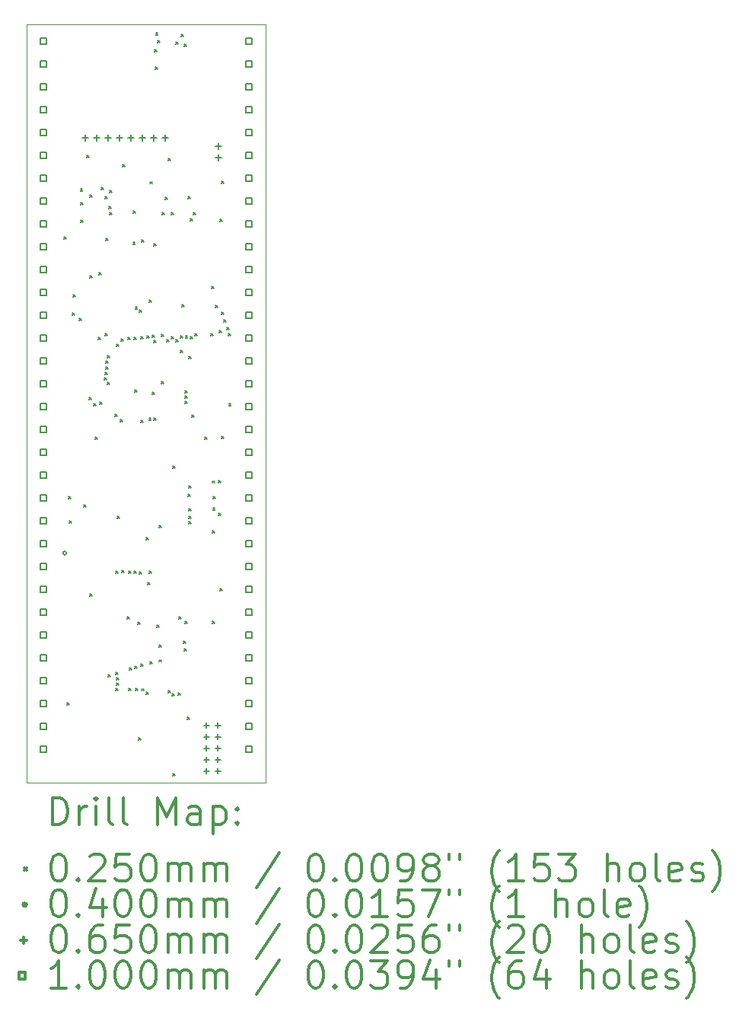
<source format=gbr>
%FSLAX45Y45*%
G04 Gerber Fmt 4.5, Leading zero omitted, Abs format (unit mm)*
G04 Created by KiCad (PCBNEW (5.1.12)-1) date 2022-08-10 22:17:12*
%MOMM*%
%LPD*%
G01*
G04 APERTURE LIST*
%TA.AperFunction,Profile*%
%ADD10C,0.050000*%
%TD*%
%ADD11C,0.200000*%
%ADD12C,0.300000*%
G04 APERTURE END LIST*
D10*
X15323820Y-7193280D02*
X15323820Y-15584170D01*
X15323820Y-7155180D02*
X15323820Y-7193280D01*
X12664440Y-7155180D02*
X12664440Y-15584170D01*
X15323820Y-7155180D02*
X12664440Y-7155180D01*
X15323820Y-15584170D02*
X12664440Y-15584170D01*
D11*
X13077165Y-9517355D02*
X13102165Y-9542355D01*
X13102165Y-9517355D02*
X13077165Y-9542355D01*
X13114220Y-14699180D02*
X13139220Y-14724180D01*
X13139220Y-14699180D02*
X13114220Y-14724180D01*
X13126920Y-12405560D02*
X13151920Y-12430560D01*
X13151920Y-12405560D02*
X13126920Y-12430560D01*
X13135810Y-12676070D02*
X13160810Y-12701070D01*
X13160810Y-12676070D02*
X13135810Y-12701070D01*
X13173910Y-10365940D02*
X13198910Y-10390940D01*
X13198910Y-10365940D02*
X13173910Y-10390940D01*
X13176450Y-10157660D02*
X13201450Y-10182660D01*
X13201450Y-10157660D02*
X13176450Y-10182660D01*
X13242490Y-10421820D02*
X13267490Y-10446820D01*
X13267490Y-10421820D02*
X13242490Y-10446820D01*
X13259000Y-8980370D02*
X13284000Y-9005370D01*
X13284000Y-8980370D02*
X13259000Y-9005370D01*
X13264080Y-9330440D02*
X13289080Y-9355440D01*
X13289080Y-9330440D02*
X13264080Y-9355440D01*
X13266620Y-9135440D02*
X13291620Y-9160440D01*
X13291620Y-9135440D02*
X13266620Y-9160440D01*
X13300910Y-12495730D02*
X13325910Y-12520730D01*
X13325910Y-12495730D02*
X13300910Y-12520730D01*
X13332660Y-8608260D02*
X13357660Y-8633260D01*
X13357660Y-8608260D02*
X13332660Y-8633260D01*
X13352980Y-11304470D02*
X13377980Y-11329470D01*
X13377980Y-11304470D02*
X13352980Y-11329470D01*
X13362229Y-9047680D02*
X13387229Y-9072680D01*
X13387229Y-9047680D02*
X13362229Y-9072680D01*
X13364410Y-13488870D02*
X13389410Y-13513870D01*
X13389410Y-13488870D02*
X13364410Y-13513870D01*
X13365680Y-9949380D02*
X13390680Y-9974380D01*
X13390680Y-9949380D02*
X13365680Y-9974380D01*
X13403780Y-11371780D02*
X13428780Y-11396780D01*
X13428780Y-11371780D02*
X13403780Y-11396780D01*
X13420290Y-11746430D02*
X13445290Y-11771430D01*
X13445290Y-11746430D02*
X13420290Y-11771430D01*
X13457120Y-10631370D02*
X13482120Y-10656370D01*
X13482120Y-10631370D02*
X13457120Y-10656370D01*
X13468550Y-9915090D02*
X13493550Y-9940090D01*
X13493550Y-9915090D02*
X13468550Y-9940090D01*
X13471090Y-11350190D02*
X13496090Y-11375190D01*
X13496090Y-11350190D02*
X13471090Y-11375190D01*
X13491580Y-8964960D02*
X13516580Y-8989960D01*
X13516580Y-8964960D02*
X13491580Y-8989960D01*
X13529510Y-11083490D02*
X13554510Y-11108490D01*
X13554510Y-11083490D02*
X13529510Y-11108490D01*
X13530780Y-9065460D02*
X13555780Y-9090460D01*
X13555780Y-9065460D02*
X13530780Y-9090460D01*
X13534590Y-11021260D02*
X13559590Y-11046260D01*
X13559590Y-11021260D02*
X13534590Y-11046260D01*
X13538054Y-10595464D02*
X13563054Y-10620464D01*
X13563054Y-10595464D02*
X13538054Y-10620464D01*
X13540940Y-10962840D02*
X13565940Y-10987840D01*
X13565940Y-10962840D02*
X13540940Y-10987840D01*
X13541300Y-9532820D02*
X13566300Y-9557820D01*
X13566300Y-9532820D02*
X13541300Y-9557820D01*
X13543480Y-10898070D02*
X13568480Y-10923070D01*
X13568480Y-10898070D02*
X13543480Y-10923070D01*
X13555820Y-10840978D02*
X13580820Y-10865978D01*
X13580820Y-10840978D02*
X13555820Y-10865978D01*
X13560210Y-11132346D02*
X13585210Y-11157346D01*
X13585210Y-11132346D02*
X13560210Y-11157346D01*
X13566700Y-14384220D02*
X13591700Y-14409220D01*
X13591700Y-14384220D02*
X13566700Y-14409220D01*
X13580310Y-9177220D02*
X13605310Y-9202220D01*
X13605310Y-9177220D02*
X13580310Y-9202220D01*
X13582850Y-9241990D02*
X13607850Y-9266990D01*
X13607850Y-9241990D02*
X13582850Y-9266990D01*
X13588844Y-9003230D02*
X13613844Y-9028230D01*
X13613844Y-9003230D02*
X13588844Y-9028230D01*
X13641270Y-11486080D02*
X13666270Y-11511080D01*
X13666270Y-11486080D02*
X13641270Y-11511080D01*
X13650772Y-14359011D02*
X13675772Y-14384011D01*
X13675772Y-14359011D02*
X13650772Y-14384011D01*
X13653970Y-13229790D02*
X13678970Y-13254790D01*
X13678970Y-13229790D02*
X13653970Y-13254790D01*
X13655240Y-14539160D02*
X13680240Y-14564160D01*
X13680240Y-14539160D02*
X13655240Y-14564160D01*
X13657849Y-14477790D02*
X13682849Y-14502790D01*
X13682849Y-14477790D02*
X13657849Y-14502790D01*
X13659050Y-10707570D02*
X13684050Y-10732570D01*
X13684050Y-10707570D02*
X13659050Y-10732570D01*
X13661099Y-14415780D02*
X13686099Y-14440780D01*
X13686099Y-14415780D02*
X13661099Y-14440780D01*
X13673020Y-12626540D02*
X13698020Y-12651540D01*
X13698020Y-12626540D02*
X13673020Y-12651540D01*
X13699690Y-11545770D02*
X13724690Y-11570770D01*
X13724690Y-11545770D02*
X13699690Y-11570770D01*
X13708580Y-10654230D02*
X13733580Y-10679230D01*
X13733580Y-10654230D02*
X13708580Y-10679230D01*
X13722550Y-13227250D02*
X13747550Y-13252250D01*
X13747550Y-13227250D02*
X13722550Y-13252250D01*
X13726360Y-8712400D02*
X13751360Y-8737400D01*
X13751360Y-8712400D02*
X13726360Y-8737400D01*
X13783256Y-13741092D02*
X13808256Y-13766092D01*
X13808256Y-13741092D02*
X13783256Y-13766092D01*
X13789860Y-10633550D02*
X13814860Y-10658550D01*
X13814860Y-10633550D02*
X13789860Y-10658550D01*
X13796210Y-14535350D02*
X13821210Y-14560350D01*
X13821210Y-14535350D02*
X13796210Y-14560350D01*
X13796716Y-13233331D02*
X13821716Y-13258331D01*
X13821716Y-13233331D02*
X13796716Y-13258331D01*
X13803576Y-14311576D02*
X13828576Y-14336576D01*
X13828576Y-14311576D02*
X13803576Y-14336576D01*
X13843200Y-9574730D02*
X13868200Y-9599730D01*
X13868200Y-9574730D02*
X13843200Y-9599730D01*
X13850820Y-9228020D02*
X13875820Y-9253020D01*
X13875820Y-9228020D02*
X13850820Y-9253020D01*
X13854269Y-13237475D02*
X13879269Y-13262475D01*
X13879269Y-13237475D02*
X13854269Y-13262475D01*
X13855900Y-10637720D02*
X13880900Y-10662720D01*
X13880900Y-10637720D02*
X13855900Y-10662720D01*
X13862250Y-11219380D02*
X13887250Y-11244380D01*
X13887250Y-11219380D02*
X13862250Y-11244380D01*
X13868346Y-14291002D02*
X13893346Y-14316002D01*
X13893346Y-14291002D02*
X13868346Y-14316002D01*
X13868600Y-10297360D02*
X13893600Y-10322360D01*
X13893600Y-10297360D02*
X13868600Y-10322360D01*
X13873680Y-14534080D02*
X13898680Y-14559080D01*
X13898680Y-14534080D02*
X13873680Y-14559080D01*
X13900350Y-13798750D02*
X13925350Y-13823750D01*
X13925350Y-13798750D02*
X13900350Y-13823750D01*
X13906700Y-15087800D02*
X13931700Y-15112800D01*
X13931700Y-15087800D02*
X13906700Y-15112800D01*
X13914320Y-10329110D02*
X13939320Y-10354110D01*
X13939320Y-10329110D02*
X13914320Y-10354110D01*
X13914320Y-13238680D02*
X13939320Y-13263680D01*
X13939320Y-13238680D02*
X13914320Y-13263680D01*
X13929560Y-10628830D02*
X13954560Y-10653830D01*
X13954560Y-10628830D02*
X13929560Y-10653830D01*
X13930830Y-11561010D02*
X13955830Y-11586010D01*
X13955830Y-11561010D02*
X13930830Y-11586010D01*
X13934767Y-14263697D02*
X13959767Y-14288697D01*
X13959767Y-14263697D02*
X13934767Y-14288697D01*
X13937180Y-9550600D02*
X13962180Y-9575600D01*
X13962180Y-9550600D02*
X13937180Y-9575600D01*
X13942260Y-14541700D02*
X13967260Y-14566700D01*
X13967260Y-14541700D02*
X13942260Y-14566700D01*
X13987980Y-14581070D02*
X14012980Y-14606070D01*
X14012980Y-14581070D02*
X13987980Y-14606070D01*
X13989250Y-12862760D02*
X14014250Y-12887760D01*
X14014250Y-12862760D02*
X13989250Y-12887760D01*
X13999410Y-10619940D02*
X14024410Y-10644940D01*
X14024410Y-10619940D02*
X13999410Y-10644940D01*
X14012110Y-13362632D02*
X14037110Y-13387632D01*
X14037110Y-13362632D02*
X14012110Y-13387632D01*
X14021000Y-11535610D02*
X14046000Y-11560610D01*
X14046000Y-11535610D02*
X14021000Y-11560610D01*
X14022270Y-10218620D02*
X14047270Y-10243620D01*
X14047270Y-10218620D02*
X14022270Y-10243620D01*
X14024810Y-13232330D02*
X14049810Y-13257330D01*
X14049810Y-13232330D02*
X14024810Y-13257330D01*
X14033700Y-8902900D02*
X14058700Y-8927900D01*
X14058700Y-8902900D02*
X14033700Y-8927900D01*
X14034843Y-14240583D02*
X14059843Y-14265583D01*
X14059843Y-14240583D02*
X14034843Y-14265583D01*
X14059283Y-10610874D02*
X14084283Y-10635874D01*
X14084283Y-10610874D02*
X14059283Y-10635874D01*
X14062910Y-11243510D02*
X14087910Y-11268510D01*
X14087910Y-11243510D02*
X14062910Y-11268510D01*
X14072872Y-10666952D02*
X14097872Y-10691952D01*
X14097872Y-10666952D02*
X14072872Y-10691952D01*
X14076880Y-9592150D02*
X14101880Y-9617150D01*
X14101880Y-9592150D02*
X14076880Y-9617150D01*
X14078684Y-11534237D02*
X14103684Y-11559237D01*
X14103684Y-11534237D02*
X14078684Y-11559237D01*
X14087040Y-7437320D02*
X14112040Y-7462320D01*
X14112040Y-7437320D02*
X14087040Y-7462320D01*
X14094660Y-7631630D02*
X14119660Y-7656630D01*
X14119660Y-7631630D02*
X14094660Y-7656630D01*
X14097200Y-7249360D02*
X14122200Y-7274360D01*
X14122200Y-7249360D02*
X14097200Y-7274360D01*
X14111170Y-13831770D02*
X14136170Y-13856770D01*
X14136170Y-13831770D02*
X14111170Y-13856770D01*
X14121160Y-7332080D02*
X14146160Y-7357080D01*
X14146160Y-7332080D02*
X14121160Y-7357080D01*
X14134419Y-14219903D02*
X14159419Y-14244903D01*
X14159419Y-14219903D02*
X14134419Y-14244903D01*
X14135300Y-14054020D02*
X14160300Y-14079020D01*
X14160300Y-14054020D02*
X14135300Y-14079020D01*
X14136570Y-12721790D02*
X14161570Y-12746790D01*
X14161570Y-12721790D02*
X14136570Y-12746790D01*
X14158160Y-11126670D02*
X14183160Y-11151670D01*
X14183160Y-11126670D02*
X14158160Y-11151670D01*
X14162380Y-10601434D02*
X14187380Y-10626434D01*
X14187380Y-10601434D02*
X14162380Y-10626434D01*
X14172130Y-9244530D02*
X14197130Y-9269530D01*
X14197130Y-9244530D02*
X14172130Y-9269530D01*
X14200070Y-9074350D02*
X14225070Y-9099350D01*
X14225070Y-9074350D02*
X14200070Y-9099350D01*
X14222930Y-10661850D02*
X14247930Y-10686850D01*
X14247930Y-10661850D02*
X14222930Y-10686850D01*
X14233344Y-14560750D02*
X14258344Y-14585750D01*
X14258344Y-14560750D02*
X14233344Y-14585750D01*
X14234360Y-8643820D02*
X14259360Y-8668820D01*
X14259360Y-8643820D02*
X14234360Y-8668820D01*
X14267380Y-9247070D02*
X14292380Y-9272070D01*
X14292380Y-9247070D02*
X14267380Y-9272070D01*
X14269920Y-10627560D02*
X14294920Y-10652560D01*
X14294920Y-10627560D02*
X14269920Y-10652560D01*
X14279318Y-14599612D02*
X14304318Y-14624612D01*
X14304318Y-14599612D02*
X14279318Y-14624612D01*
X14285960Y-12062660D02*
X14310960Y-12087660D01*
X14310960Y-12062660D02*
X14285960Y-12087660D01*
X14290240Y-15484040D02*
X14315240Y-15509040D01*
X14315240Y-15484040D02*
X14290240Y-15509040D01*
X14318900Y-7349690D02*
X14343900Y-7374690D01*
X14343900Y-7349690D02*
X14318900Y-7374690D01*
X14319450Y-10658040D02*
X14344450Y-10683040D01*
X14344450Y-10658040D02*
X14319450Y-10683040D01*
X14346374Y-14586150D02*
X14371374Y-14611150D01*
X14371374Y-14586150D02*
X14346374Y-14611150D01*
X14358820Y-13737790D02*
X14383820Y-13762790D01*
X14383820Y-13737790D02*
X14358820Y-13762790D01*
X14369985Y-10617388D02*
X14394985Y-10642388D01*
X14394985Y-10617388D02*
X14369985Y-10642388D01*
X14375690Y-10778690D02*
X14400690Y-10803690D01*
X14400690Y-10778690D02*
X14375690Y-10803690D01*
X14382950Y-7262060D02*
X14407950Y-7287060D01*
X14407950Y-7262060D02*
X14382950Y-7287060D01*
X14391840Y-10271960D02*
X14416840Y-10296960D01*
X14416840Y-10271960D02*
X14391840Y-10296960D01*
X14405810Y-14013020D02*
X14430810Y-14038020D01*
X14430810Y-14013020D02*
X14405810Y-14038020D01*
X14412160Y-7375090D02*
X14437160Y-7400090D01*
X14437160Y-7375090D02*
X14412160Y-7400090D01*
X14413430Y-14101010D02*
X14438430Y-14126010D01*
X14438430Y-14101010D02*
X14413430Y-14126010D01*
X14422320Y-13793670D02*
X14447320Y-13818670D01*
X14447320Y-13793670D02*
X14422320Y-13818670D01*
X14424208Y-11288646D02*
X14449208Y-11313646D01*
X14449208Y-11288646D02*
X14424208Y-11313646D01*
X14424245Y-11229920D02*
X14449245Y-11254920D01*
X14449245Y-11229920D02*
X14424245Y-11254920D01*
X14424621Y-11346674D02*
X14449621Y-11371674D01*
X14449621Y-11346674D02*
X14424621Y-11371674D01*
X14427623Y-10620073D02*
X14452623Y-10645073D01*
X14452623Y-10620073D02*
X14427623Y-10645073D01*
X14447720Y-14859200D02*
X14472720Y-14884200D01*
X14472720Y-14859200D02*
X14447720Y-14884200D01*
X14459150Y-9069270D02*
X14484150Y-9094270D01*
X14484150Y-9069270D02*
X14459150Y-9094270D01*
X14460420Y-12381789D02*
X14485420Y-12406789D01*
X14485420Y-12381789D02*
X14460420Y-12406789D01*
X14462960Y-12282370D02*
X14487960Y-12307370D01*
X14487960Y-12282370D02*
X14462960Y-12307370D01*
X14466116Y-10848800D02*
X14491116Y-10873800D01*
X14491116Y-10848800D02*
X14466116Y-10873800D01*
X14466525Y-12626448D02*
X14491525Y-12651448D01*
X14491525Y-12626448D02*
X14466525Y-12651448D01*
X14466811Y-12685495D02*
X14491811Y-12710495D01*
X14491811Y-12685495D02*
X14466811Y-12710495D01*
X14468040Y-12537640D02*
X14493040Y-12562640D01*
X14493040Y-12537640D02*
X14468040Y-12562640D01*
X14482010Y-9313110D02*
X14507010Y-9338110D01*
X14507010Y-9313110D02*
X14482010Y-9338110D01*
X14485293Y-10621971D02*
X14510293Y-10646971D01*
X14510293Y-10621971D02*
X14485293Y-10646971D01*
X14497250Y-11498780D02*
X14522250Y-11523780D01*
X14522250Y-11498780D02*
X14497250Y-11523780D01*
X14516300Y-9248340D02*
X14541300Y-9273340D01*
X14541300Y-9248340D02*
X14516300Y-9273340D01*
X14535350Y-10593270D02*
X14560350Y-10618270D01*
X14560350Y-10593270D02*
X14535350Y-10618270D01*
X14642030Y-11743890D02*
X14667030Y-11768890D01*
X14667030Y-11743890D02*
X14642030Y-11768890D01*
X14714420Y-10593270D02*
X14739420Y-10618270D01*
X14739420Y-10593270D02*
X14714420Y-10618270D01*
X14723310Y-10067490D02*
X14748310Y-10092490D01*
X14748310Y-10067490D02*
X14723310Y-10092490D01*
X14727226Y-13789860D02*
X14752226Y-13814860D01*
X14752226Y-13789860D02*
X14727226Y-13814860D01*
X14729660Y-12230300D02*
X14754660Y-12255300D01*
X14754660Y-12230300D02*
X14729660Y-12255300D01*
X14729660Y-12784020D02*
X14754660Y-12809020D01*
X14754660Y-12784020D02*
X14729660Y-12809020D01*
X14732200Y-12532560D02*
X14757200Y-12557560D01*
X14757200Y-12532560D02*
X14732200Y-12557560D01*
X14738550Y-12404290D02*
X14763550Y-12429290D01*
X14763550Y-12404290D02*
X14738550Y-12429290D01*
X14761410Y-10280850D02*
X14786410Y-10305850D01*
X14786410Y-10280850D02*
X14761410Y-10305850D01*
X14798750Y-12223440D02*
X14823750Y-12248440D01*
X14823750Y-12223440D02*
X14798750Y-12248440D01*
X14798750Y-12588950D02*
X14823750Y-12613950D01*
X14823750Y-12588950D02*
X14798750Y-12613950D01*
X14800421Y-10555170D02*
X14825421Y-10580170D01*
X14825421Y-10555170D02*
X14800421Y-10580170D01*
X14811294Y-13426640D02*
X14836294Y-13451640D01*
X14836294Y-13426640D02*
X14811294Y-13451640D01*
X14814750Y-9322000D02*
X14839750Y-9347000D01*
X14839750Y-9322000D02*
X14814750Y-9347000D01*
X14826180Y-11733730D02*
X14851180Y-11758730D01*
X14851180Y-11733730D02*
X14826180Y-11758730D01*
X14828720Y-8899090D02*
X14853720Y-8924090D01*
X14853720Y-8899090D02*
X14828720Y-8924090D01*
X14832530Y-10351970D02*
X14857530Y-10376970D01*
X14857530Y-10351970D02*
X14832530Y-10376970D01*
X14854120Y-10439600D02*
X14879120Y-10464600D01*
X14879120Y-10439600D02*
X14854120Y-10464600D01*
X14891966Y-10525198D02*
X14916966Y-10550198D01*
X14916966Y-10525198D02*
X14891966Y-10550198D01*
X14909238Y-10588698D02*
X14934238Y-10613698D01*
X14934238Y-10588698D02*
X14909238Y-10613698D01*
X14910000Y-11367970D02*
X14935000Y-11392970D01*
X14935000Y-11367970D02*
X14910000Y-11392970D01*
X13104810Y-13034010D02*
G75*
G03*
X13104810Y-13034010I-20000J0D01*
G01*
X13312140Y-8382520D02*
X13312140Y-8447520D01*
X13279640Y-8415020D02*
X13344640Y-8415020D01*
X13439140Y-8382520D02*
X13439140Y-8447520D01*
X13406640Y-8415020D02*
X13471640Y-8415020D01*
X13566140Y-8382520D02*
X13566140Y-8447520D01*
X13533640Y-8415020D02*
X13598640Y-8415020D01*
X13693140Y-8382520D02*
X13693140Y-8447520D01*
X13660640Y-8415020D02*
X13725640Y-8415020D01*
X13820140Y-8382520D02*
X13820140Y-8447520D01*
X13787640Y-8415020D02*
X13852640Y-8415020D01*
X13947140Y-8382520D02*
X13947140Y-8447520D01*
X13914640Y-8415020D02*
X13979640Y-8415020D01*
X14074140Y-8382520D02*
X14074140Y-8447520D01*
X14041640Y-8415020D02*
X14106640Y-8415020D01*
X14201140Y-8382520D02*
X14201140Y-8447520D01*
X14168640Y-8415020D02*
X14233640Y-8415020D01*
X14664436Y-14916416D02*
X14664436Y-14981416D01*
X14631936Y-14948916D02*
X14696936Y-14948916D01*
X14664436Y-15043416D02*
X14664436Y-15108416D01*
X14631936Y-15075916D02*
X14696936Y-15075916D01*
X14664436Y-15170416D02*
X14664436Y-15235416D01*
X14631936Y-15202916D02*
X14696936Y-15202916D01*
X14664436Y-15297416D02*
X14664436Y-15362416D01*
X14631936Y-15329916D02*
X14696936Y-15329916D01*
X14664436Y-15424416D02*
X14664436Y-15489416D01*
X14631936Y-15456916D02*
X14696936Y-15456916D01*
X14791436Y-14916416D02*
X14791436Y-14981416D01*
X14758936Y-14948916D02*
X14823936Y-14948916D01*
X14791436Y-15043416D02*
X14791436Y-15108416D01*
X14758936Y-15075916D02*
X14823936Y-15075916D01*
X14791436Y-15170416D02*
X14791436Y-15235416D01*
X14758936Y-15202916D02*
X14823936Y-15202916D01*
X14791436Y-15297416D02*
X14791436Y-15362416D01*
X14758936Y-15329916D02*
X14823936Y-15329916D01*
X14791436Y-15424416D02*
X14791436Y-15489416D01*
X14758936Y-15456916D02*
X14823936Y-15456916D01*
X14793722Y-8478532D02*
X14793722Y-8543532D01*
X14761222Y-8511032D02*
X14826222Y-8511032D01*
X14793722Y-8605532D02*
X14793722Y-8670532D01*
X14761222Y-8638032D02*
X14826222Y-8638032D01*
X12886086Y-7377226D02*
X12886086Y-7306514D01*
X12815374Y-7306514D01*
X12815374Y-7377226D01*
X12886086Y-7377226D01*
X12886086Y-7631226D02*
X12886086Y-7560514D01*
X12815374Y-7560514D01*
X12815374Y-7631226D01*
X12886086Y-7631226D01*
X12886086Y-7885226D02*
X12886086Y-7814514D01*
X12815374Y-7814514D01*
X12815374Y-7885226D01*
X12886086Y-7885226D01*
X12886086Y-8139226D02*
X12886086Y-8068514D01*
X12815374Y-8068514D01*
X12815374Y-8139226D01*
X12886086Y-8139226D01*
X12886086Y-8393226D02*
X12886086Y-8322514D01*
X12815374Y-8322514D01*
X12815374Y-8393226D01*
X12886086Y-8393226D01*
X12886086Y-8647226D02*
X12886086Y-8576514D01*
X12815374Y-8576514D01*
X12815374Y-8647226D01*
X12886086Y-8647226D01*
X12886086Y-8901226D02*
X12886086Y-8830514D01*
X12815374Y-8830514D01*
X12815374Y-8901226D01*
X12886086Y-8901226D01*
X12886086Y-9155226D02*
X12886086Y-9084514D01*
X12815374Y-9084514D01*
X12815374Y-9155226D01*
X12886086Y-9155226D01*
X12886086Y-9409226D02*
X12886086Y-9338514D01*
X12815374Y-9338514D01*
X12815374Y-9409226D01*
X12886086Y-9409226D01*
X12886086Y-9663226D02*
X12886086Y-9592514D01*
X12815374Y-9592514D01*
X12815374Y-9663226D01*
X12886086Y-9663226D01*
X12886086Y-9917226D02*
X12886086Y-9846514D01*
X12815374Y-9846514D01*
X12815374Y-9917226D01*
X12886086Y-9917226D01*
X12886086Y-10171226D02*
X12886086Y-10100514D01*
X12815374Y-10100514D01*
X12815374Y-10171226D01*
X12886086Y-10171226D01*
X12886086Y-10425226D02*
X12886086Y-10354514D01*
X12815374Y-10354514D01*
X12815374Y-10425226D01*
X12886086Y-10425226D01*
X12886086Y-10679226D02*
X12886086Y-10608514D01*
X12815374Y-10608514D01*
X12815374Y-10679226D01*
X12886086Y-10679226D01*
X12886086Y-10933226D02*
X12886086Y-10862514D01*
X12815374Y-10862514D01*
X12815374Y-10933226D01*
X12886086Y-10933226D01*
X12886086Y-11187226D02*
X12886086Y-11116514D01*
X12815374Y-11116514D01*
X12815374Y-11187226D01*
X12886086Y-11187226D01*
X12886086Y-11441226D02*
X12886086Y-11370514D01*
X12815374Y-11370514D01*
X12815374Y-11441226D01*
X12886086Y-11441226D01*
X12886086Y-11695226D02*
X12886086Y-11624514D01*
X12815374Y-11624514D01*
X12815374Y-11695226D01*
X12886086Y-11695226D01*
X12886086Y-11949226D02*
X12886086Y-11878514D01*
X12815374Y-11878514D01*
X12815374Y-11949226D01*
X12886086Y-11949226D01*
X12886086Y-12203226D02*
X12886086Y-12132514D01*
X12815374Y-12132514D01*
X12815374Y-12203226D01*
X12886086Y-12203226D01*
X12886086Y-12457226D02*
X12886086Y-12386514D01*
X12815374Y-12386514D01*
X12815374Y-12457226D01*
X12886086Y-12457226D01*
X12886086Y-12711226D02*
X12886086Y-12640514D01*
X12815374Y-12640514D01*
X12815374Y-12711226D01*
X12886086Y-12711226D01*
X12886086Y-12965226D02*
X12886086Y-12894514D01*
X12815374Y-12894514D01*
X12815374Y-12965226D01*
X12886086Y-12965226D01*
X12886086Y-13219226D02*
X12886086Y-13148514D01*
X12815374Y-13148514D01*
X12815374Y-13219226D01*
X12886086Y-13219226D01*
X12886086Y-13473226D02*
X12886086Y-13402514D01*
X12815374Y-13402514D01*
X12815374Y-13473226D01*
X12886086Y-13473226D01*
X12886086Y-13727226D02*
X12886086Y-13656514D01*
X12815374Y-13656514D01*
X12815374Y-13727226D01*
X12886086Y-13727226D01*
X12886086Y-13981226D02*
X12886086Y-13910514D01*
X12815374Y-13910514D01*
X12815374Y-13981226D01*
X12886086Y-13981226D01*
X12886086Y-14235226D02*
X12886086Y-14164514D01*
X12815374Y-14164514D01*
X12815374Y-14235226D01*
X12886086Y-14235226D01*
X12886086Y-14489226D02*
X12886086Y-14418514D01*
X12815374Y-14418514D01*
X12815374Y-14489226D01*
X12886086Y-14489226D01*
X12886086Y-14743226D02*
X12886086Y-14672514D01*
X12815374Y-14672514D01*
X12815374Y-14743226D01*
X12886086Y-14743226D01*
X12886086Y-14997226D02*
X12886086Y-14926514D01*
X12815374Y-14926514D01*
X12815374Y-14997226D01*
X12886086Y-14997226D01*
X12886086Y-15251226D02*
X12886086Y-15180514D01*
X12815374Y-15180514D01*
X12815374Y-15251226D01*
X12886086Y-15251226D01*
X15172086Y-7377226D02*
X15172086Y-7306514D01*
X15101374Y-7306514D01*
X15101374Y-7377226D01*
X15172086Y-7377226D01*
X15172086Y-7631226D02*
X15172086Y-7560514D01*
X15101374Y-7560514D01*
X15101374Y-7631226D01*
X15172086Y-7631226D01*
X15172086Y-7885226D02*
X15172086Y-7814514D01*
X15101374Y-7814514D01*
X15101374Y-7885226D01*
X15172086Y-7885226D01*
X15172086Y-8139226D02*
X15172086Y-8068514D01*
X15101374Y-8068514D01*
X15101374Y-8139226D01*
X15172086Y-8139226D01*
X15172086Y-8393226D02*
X15172086Y-8322514D01*
X15101374Y-8322514D01*
X15101374Y-8393226D01*
X15172086Y-8393226D01*
X15172086Y-8647226D02*
X15172086Y-8576514D01*
X15101374Y-8576514D01*
X15101374Y-8647226D01*
X15172086Y-8647226D01*
X15172086Y-8901226D02*
X15172086Y-8830514D01*
X15101374Y-8830514D01*
X15101374Y-8901226D01*
X15172086Y-8901226D01*
X15172086Y-9155226D02*
X15172086Y-9084514D01*
X15101374Y-9084514D01*
X15101374Y-9155226D01*
X15172086Y-9155226D01*
X15172086Y-9409226D02*
X15172086Y-9338514D01*
X15101374Y-9338514D01*
X15101374Y-9409226D01*
X15172086Y-9409226D01*
X15172086Y-9663226D02*
X15172086Y-9592514D01*
X15101374Y-9592514D01*
X15101374Y-9663226D01*
X15172086Y-9663226D01*
X15172086Y-9917226D02*
X15172086Y-9846514D01*
X15101374Y-9846514D01*
X15101374Y-9917226D01*
X15172086Y-9917226D01*
X15172086Y-10171226D02*
X15172086Y-10100514D01*
X15101374Y-10100514D01*
X15101374Y-10171226D01*
X15172086Y-10171226D01*
X15172086Y-10425226D02*
X15172086Y-10354514D01*
X15101374Y-10354514D01*
X15101374Y-10425226D01*
X15172086Y-10425226D01*
X15172086Y-10679226D02*
X15172086Y-10608514D01*
X15101374Y-10608514D01*
X15101374Y-10679226D01*
X15172086Y-10679226D01*
X15172086Y-10933226D02*
X15172086Y-10862514D01*
X15101374Y-10862514D01*
X15101374Y-10933226D01*
X15172086Y-10933226D01*
X15172086Y-11187226D02*
X15172086Y-11116514D01*
X15101374Y-11116514D01*
X15101374Y-11187226D01*
X15172086Y-11187226D01*
X15172086Y-11441226D02*
X15172086Y-11370514D01*
X15101374Y-11370514D01*
X15101374Y-11441226D01*
X15172086Y-11441226D01*
X15172086Y-11695226D02*
X15172086Y-11624514D01*
X15101374Y-11624514D01*
X15101374Y-11695226D01*
X15172086Y-11695226D01*
X15172086Y-11949226D02*
X15172086Y-11878514D01*
X15101374Y-11878514D01*
X15101374Y-11949226D01*
X15172086Y-11949226D01*
X15172086Y-12203226D02*
X15172086Y-12132514D01*
X15101374Y-12132514D01*
X15101374Y-12203226D01*
X15172086Y-12203226D01*
X15172086Y-12457226D02*
X15172086Y-12386514D01*
X15101374Y-12386514D01*
X15101374Y-12457226D01*
X15172086Y-12457226D01*
X15172086Y-12711226D02*
X15172086Y-12640514D01*
X15101374Y-12640514D01*
X15101374Y-12711226D01*
X15172086Y-12711226D01*
X15172086Y-12965226D02*
X15172086Y-12894514D01*
X15101374Y-12894514D01*
X15101374Y-12965226D01*
X15172086Y-12965226D01*
X15172086Y-13219226D02*
X15172086Y-13148514D01*
X15101374Y-13148514D01*
X15101374Y-13219226D01*
X15172086Y-13219226D01*
X15172086Y-13473226D02*
X15172086Y-13402514D01*
X15101374Y-13402514D01*
X15101374Y-13473226D01*
X15172086Y-13473226D01*
X15172086Y-13727226D02*
X15172086Y-13656514D01*
X15101374Y-13656514D01*
X15101374Y-13727226D01*
X15172086Y-13727226D01*
X15172086Y-13981226D02*
X15172086Y-13910514D01*
X15101374Y-13910514D01*
X15101374Y-13981226D01*
X15172086Y-13981226D01*
X15172086Y-14235226D02*
X15172086Y-14164514D01*
X15101374Y-14164514D01*
X15101374Y-14235226D01*
X15172086Y-14235226D01*
X15172086Y-14489226D02*
X15172086Y-14418514D01*
X15101374Y-14418514D01*
X15101374Y-14489226D01*
X15172086Y-14489226D01*
X15172086Y-14743226D02*
X15172086Y-14672514D01*
X15101374Y-14672514D01*
X15101374Y-14743226D01*
X15172086Y-14743226D01*
X15172086Y-14997226D02*
X15172086Y-14926514D01*
X15101374Y-14926514D01*
X15101374Y-14997226D01*
X15172086Y-14997226D01*
X15172086Y-15251226D02*
X15172086Y-15180514D01*
X15101374Y-15180514D01*
X15101374Y-15251226D01*
X15172086Y-15251226D01*
D12*
X12948368Y-16052384D02*
X12948368Y-15752384D01*
X13019797Y-15752384D01*
X13062654Y-15766670D01*
X13091226Y-15795241D01*
X13105511Y-15823813D01*
X13119797Y-15880956D01*
X13119797Y-15923813D01*
X13105511Y-15980956D01*
X13091226Y-16009527D01*
X13062654Y-16038099D01*
X13019797Y-16052384D01*
X12948368Y-16052384D01*
X13248368Y-16052384D02*
X13248368Y-15852384D01*
X13248368Y-15909527D02*
X13262654Y-15880956D01*
X13276940Y-15866670D01*
X13305511Y-15852384D01*
X13334083Y-15852384D01*
X13434083Y-16052384D02*
X13434083Y-15852384D01*
X13434083Y-15752384D02*
X13419797Y-15766670D01*
X13434083Y-15780956D01*
X13448368Y-15766670D01*
X13434083Y-15752384D01*
X13434083Y-15780956D01*
X13619797Y-16052384D02*
X13591226Y-16038099D01*
X13576940Y-16009527D01*
X13576940Y-15752384D01*
X13776940Y-16052384D02*
X13748368Y-16038099D01*
X13734083Y-16009527D01*
X13734083Y-15752384D01*
X14119797Y-16052384D02*
X14119797Y-15752384D01*
X14219797Y-15966670D01*
X14319797Y-15752384D01*
X14319797Y-16052384D01*
X14591226Y-16052384D02*
X14591226Y-15895241D01*
X14576940Y-15866670D01*
X14548368Y-15852384D01*
X14491226Y-15852384D01*
X14462654Y-15866670D01*
X14591226Y-16038099D02*
X14562654Y-16052384D01*
X14491226Y-16052384D01*
X14462654Y-16038099D01*
X14448368Y-16009527D01*
X14448368Y-15980956D01*
X14462654Y-15952384D01*
X14491226Y-15938099D01*
X14562654Y-15938099D01*
X14591226Y-15923813D01*
X14734083Y-15852384D02*
X14734083Y-16152384D01*
X14734083Y-15866670D02*
X14762654Y-15852384D01*
X14819797Y-15852384D01*
X14848368Y-15866670D01*
X14862654Y-15880956D01*
X14876940Y-15909527D01*
X14876940Y-15995241D01*
X14862654Y-16023813D01*
X14848368Y-16038099D01*
X14819797Y-16052384D01*
X14762654Y-16052384D01*
X14734083Y-16038099D01*
X15005511Y-16023813D02*
X15019797Y-16038099D01*
X15005511Y-16052384D01*
X14991226Y-16038099D01*
X15005511Y-16023813D01*
X15005511Y-16052384D01*
X15005511Y-15866670D02*
X15019797Y-15880956D01*
X15005511Y-15895241D01*
X14991226Y-15880956D01*
X15005511Y-15866670D01*
X15005511Y-15895241D01*
X12636940Y-16534170D02*
X12661940Y-16559170D01*
X12661940Y-16534170D02*
X12636940Y-16559170D01*
X13005511Y-16382384D02*
X13034083Y-16382384D01*
X13062654Y-16396670D01*
X13076940Y-16410956D01*
X13091226Y-16439527D01*
X13105511Y-16496670D01*
X13105511Y-16568099D01*
X13091226Y-16625241D01*
X13076940Y-16653813D01*
X13062654Y-16668099D01*
X13034083Y-16682384D01*
X13005511Y-16682384D01*
X12976940Y-16668099D01*
X12962654Y-16653813D01*
X12948368Y-16625241D01*
X12934083Y-16568099D01*
X12934083Y-16496670D01*
X12948368Y-16439527D01*
X12962654Y-16410956D01*
X12976940Y-16396670D01*
X13005511Y-16382384D01*
X13234083Y-16653813D02*
X13248368Y-16668099D01*
X13234083Y-16682384D01*
X13219797Y-16668099D01*
X13234083Y-16653813D01*
X13234083Y-16682384D01*
X13362654Y-16410956D02*
X13376940Y-16396670D01*
X13405511Y-16382384D01*
X13476940Y-16382384D01*
X13505511Y-16396670D01*
X13519797Y-16410956D01*
X13534083Y-16439527D01*
X13534083Y-16468099D01*
X13519797Y-16510956D01*
X13348368Y-16682384D01*
X13534083Y-16682384D01*
X13805511Y-16382384D02*
X13662654Y-16382384D01*
X13648368Y-16525241D01*
X13662654Y-16510956D01*
X13691226Y-16496670D01*
X13762654Y-16496670D01*
X13791226Y-16510956D01*
X13805511Y-16525241D01*
X13819797Y-16553813D01*
X13819797Y-16625241D01*
X13805511Y-16653813D01*
X13791226Y-16668099D01*
X13762654Y-16682384D01*
X13691226Y-16682384D01*
X13662654Y-16668099D01*
X13648368Y-16653813D01*
X14005511Y-16382384D02*
X14034083Y-16382384D01*
X14062654Y-16396670D01*
X14076940Y-16410956D01*
X14091226Y-16439527D01*
X14105511Y-16496670D01*
X14105511Y-16568099D01*
X14091226Y-16625241D01*
X14076940Y-16653813D01*
X14062654Y-16668099D01*
X14034083Y-16682384D01*
X14005511Y-16682384D01*
X13976940Y-16668099D01*
X13962654Y-16653813D01*
X13948368Y-16625241D01*
X13934083Y-16568099D01*
X13934083Y-16496670D01*
X13948368Y-16439527D01*
X13962654Y-16410956D01*
X13976940Y-16396670D01*
X14005511Y-16382384D01*
X14234083Y-16682384D02*
X14234083Y-16482384D01*
X14234083Y-16510956D02*
X14248368Y-16496670D01*
X14276940Y-16482384D01*
X14319797Y-16482384D01*
X14348368Y-16496670D01*
X14362654Y-16525241D01*
X14362654Y-16682384D01*
X14362654Y-16525241D02*
X14376940Y-16496670D01*
X14405511Y-16482384D01*
X14448368Y-16482384D01*
X14476940Y-16496670D01*
X14491226Y-16525241D01*
X14491226Y-16682384D01*
X14634083Y-16682384D02*
X14634083Y-16482384D01*
X14634083Y-16510956D02*
X14648368Y-16496670D01*
X14676940Y-16482384D01*
X14719797Y-16482384D01*
X14748368Y-16496670D01*
X14762654Y-16525241D01*
X14762654Y-16682384D01*
X14762654Y-16525241D02*
X14776940Y-16496670D01*
X14805511Y-16482384D01*
X14848368Y-16482384D01*
X14876940Y-16496670D01*
X14891226Y-16525241D01*
X14891226Y-16682384D01*
X15476940Y-16368099D02*
X15219797Y-16753813D01*
X15862654Y-16382384D02*
X15891226Y-16382384D01*
X15919797Y-16396670D01*
X15934083Y-16410956D01*
X15948368Y-16439527D01*
X15962654Y-16496670D01*
X15962654Y-16568099D01*
X15948368Y-16625241D01*
X15934083Y-16653813D01*
X15919797Y-16668099D01*
X15891226Y-16682384D01*
X15862654Y-16682384D01*
X15834083Y-16668099D01*
X15819797Y-16653813D01*
X15805511Y-16625241D01*
X15791226Y-16568099D01*
X15791226Y-16496670D01*
X15805511Y-16439527D01*
X15819797Y-16410956D01*
X15834083Y-16396670D01*
X15862654Y-16382384D01*
X16091226Y-16653813D02*
X16105511Y-16668099D01*
X16091226Y-16682384D01*
X16076940Y-16668099D01*
X16091226Y-16653813D01*
X16091226Y-16682384D01*
X16291226Y-16382384D02*
X16319797Y-16382384D01*
X16348368Y-16396670D01*
X16362654Y-16410956D01*
X16376940Y-16439527D01*
X16391226Y-16496670D01*
X16391226Y-16568099D01*
X16376940Y-16625241D01*
X16362654Y-16653813D01*
X16348368Y-16668099D01*
X16319797Y-16682384D01*
X16291226Y-16682384D01*
X16262654Y-16668099D01*
X16248368Y-16653813D01*
X16234083Y-16625241D01*
X16219797Y-16568099D01*
X16219797Y-16496670D01*
X16234083Y-16439527D01*
X16248368Y-16410956D01*
X16262654Y-16396670D01*
X16291226Y-16382384D01*
X16576940Y-16382384D02*
X16605511Y-16382384D01*
X16634083Y-16396670D01*
X16648368Y-16410956D01*
X16662654Y-16439527D01*
X16676940Y-16496670D01*
X16676940Y-16568099D01*
X16662654Y-16625241D01*
X16648368Y-16653813D01*
X16634083Y-16668099D01*
X16605511Y-16682384D01*
X16576940Y-16682384D01*
X16548368Y-16668099D01*
X16534083Y-16653813D01*
X16519797Y-16625241D01*
X16505511Y-16568099D01*
X16505511Y-16496670D01*
X16519797Y-16439527D01*
X16534083Y-16410956D01*
X16548368Y-16396670D01*
X16576940Y-16382384D01*
X16819797Y-16682384D02*
X16876940Y-16682384D01*
X16905511Y-16668099D01*
X16919797Y-16653813D01*
X16948368Y-16610956D01*
X16962654Y-16553813D01*
X16962654Y-16439527D01*
X16948368Y-16410956D01*
X16934083Y-16396670D01*
X16905511Y-16382384D01*
X16848368Y-16382384D01*
X16819797Y-16396670D01*
X16805511Y-16410956D01*
X16791226Y-16439527D01*
X16791226Y-16510956D01*
X16805511Y-16539527D01*
X16819797Y-16553813D01*
X16848368Y-16568099D01*
X16905511Y-16568099D01*
X16934083Y-16553813D01*
X16948368Y-16539527D01*
X16962654Y-16510956D01*
X17134083Y-16510956D02*
X17105511Y-16496670D01*
X17091226Y-16482384D01*
X17076940Y-16453813D01*
X17076940Y-16439527D01*
X17091226Y-16410956D01*
X17105511Y-16396670D01*
X17134083Y-16382384D01*
X17191226Y-16382384D01*
X17219797Y-16396670D01*
X17234083Y-16410956D01*
X17248368Y-16439527D01*
X17248368Y-16453813D01*
X17234083Y-16482384D01*
X17219797Y-16496670D01*
X17191226Y-16510956D01*
X17134083Y-16510956D01*
X17105511Y-16525241D01*
X17091226Y-16539527D01*
X17076940Y-16568099D01*
X17076940Y-16625241D01*
X17091226Y-16653813D01*
X17105511Y-16668099D01*
X17134083Y-16682384D01*
X17191226Y-16682384D01*
X17219797Y-16668099D01*
X17234083Y-16653813D01*
X17248368Y-16625241D01*
X17248368Y-16568099D01*
X17234083Y-16539527D01*
X17219797Y-16525241D01*
X17191226Y-16510956D01*
X17362654Y-16382384D02*
X17362654Y-16439527D01*
X17476940Y-16382384D02*
X17476940Y-16439527D01*
X17919797Y-16796670D02*
X17905511Y-16782384D01*
X17876940Y-16739527D01*
X17862654Y-16710956D01*
X17848368Y-16668099D01*
X17834083Y-16596670D01*
X17834083Y-16539527D01*
X17848368Y-16468099D01*
X17862654Y-16425241D01*
X17876940Y-16396670D01*
X17905511Y-16353813D01*
X17919797Y-16339527D01*
X18191226Y-16682384D02*
X18019797Y-16682384D01*
X18105511Y-16682384D02*
X18105511Y-16382384D01*
X18076940Y-16425241D01*
X18048368Y-16453813D01*
X18019797Y-16468099D01*
X18462654Y-16382384D02*
X18319797Y-16382384D01*
X18305511Y-16525241D01*
X18319797Y-16510956D01*
X18348368Y-16496670D01*
X18419797Y-16496670D01*
X18448368Y-16510956D01*
X18462654Y-16525241D01*
X18476940Y-16553813D01*
X18476940Y-16625241D01*
X18462654Y-16653813D01*
X18448368Y-16668099D01*
X18419797Y-16682384D01*
X18348368Y-16682384D01*
X18319797Y-16668099D01*
X18305511Y-16653813D01*
X18576940Y-16382384D02*
X18762654Y-16382384D01*
X18662654Y-16496670D01*
X18705511Y-16496670D01*
X18734083Y-16510956D01*
X18748368Y-16525241D01*
X18762654Y-16553813D01*
X18762654Y-16625241D01*
X18748368Y-16653813D01*
X18734083Y-16668099D01*
X18705511Y-16682384D01*
X18619797Y-16682384D01*
X18591226Y-16668099D01*
X18576940Y-16653813D01*
X19119797Y-16682384D02*
X19119797Y-16382384D01*
X19248368Y-16682384D02*
X19248368Y-16525241D01*
X19234083Y-16496670D01*
X19205511Y-16482384D01*
X19162654Y-16482384D01*
X19134083Y-16496670D01*
X19119797Y-16510956D01*
X19434083Y-16682384D02*
X19405511Y-16668099D01*
X19391226Y-16653813D01*
X19376940Y-16625241D01*
X19376940Y-16539527D01*
X19391226Y-16510956D01*
X19405511Y-16496670D01*
X19434083Y-16482384D01*
X19476940Y-16482384D01*
X19505511Y-16496670D01*
X19519797Y-16510956D01*
X19534083Y-16539527D01*
X19534083Y-16625241D01*
X19519797Y-16653813D01*
X19505511Y-16668099D01*
X19476940Y-16682384D01*
X19434083Y-16682384D01*
X19705511Y-16682384D02*
X19676940Y-16668099D01*
X19662654Y-16639527D01*
X19662654Y-16382384D01*
X19934083Y-16668099D02*
X19905511Y-16682384D01*
X19848368Y-16682384D01*
X19819797Y-16668099D01*
X19805511Y-16639527D01*
X19805511Y-16525241D01*
X19819797Y-16496670D01*
X19848368Y-16482384D01*
X19905511Y-16482384D01*
X19934083Y-16496670D01*
X19948368Y-16525241D01*
X19948368Y-16553813D01*
X19805511Y-16582384D01*
X20062654Y-16668099D02*
X20091226Y-16682384D01*
X20148368Y-16682384D01*
X20176940Y-16668099D01*
X20191226Y-16639527D01*
X20191226Y-16625241D01*
X20176940Y-16596670D01*
X20148368Y-16582384D01*
X20105511Y-16582384D01*
X20076940Y-16568099D01*
X20062654Y-16539527D01*
X20062654Y-16525241D01*
X20076940Y-16496670D01*
X20105511Y-16482384D01*
X20148368Y-16482384D01*
X20176940Y-16496670D01*
X20291226Y-16796670D02*
X20305511Y-16782384D01*
X20334083Y-16739527D01*
X20348368Y-16710956D01*
X20362654Y-16668099D01*
X20376940Y-16596670D01*
X20376940Y-16539527D01*
X20362654Y-16468099D01*
X20348368Y-16425241D01*
X20334083Y-16396670D01*
X20305511Y-16353813D01*
X20291226Y-16339527D01*
X12661940Y-16942670D02*
G75*
G03*
X12661940Y-16942670I-20000J0D01*
G01*
X13005511Y-16778384D02*
X13034083Y-16778384D01*
X13062654Y-16792670D01*
X13076940Y-16806956D01*
X13091226Y-16835527D01*
X13105511Y-16892670D01*
X13105511Y-16964099D01*
X13091226Y-17021242D01*
X13076940Y-17049813D01*
X13062654Y-17064099D01*
X13034083Y-17078384D01*
X13005511Y-17078384D01*
X12976940Y-17064099D01*
X12962654Y-17049813D01*
X12948368Y-17021242D01*
X12934083Y-16964099D01*
X12934083Y-16892670D01*
X12948368Y-16835527D01*
X12962654Y-16806956D01*
X12976940Y-16792670D01*
X13005511Y-16778384D01*
X13234083Y-17049813D02*
X13248368Y-17064099D01*
X13234083Y-17078384D01*
X13219797Y-17064099D01*
X13234083Y-17049813D01*
X13234083Y-17078384D01*
X13505511Y-16878384D02*
X13505511Y-17078384D01*
X13434083Y-16764099D02*
X13362654Y-16978384D01*
X13548368Y-16978384D01*
X13719797Y-16778384D02*
X13748368Y-16778384D01*
X13776940Y-16792670D01*
X13791226Y-16806956D01*
X13805511Y-16835527D01*
X13819797Y-16892670D01*
X13819797Y-16964099D01*
X13805511Y-17021242D01*
X13791226Y-17049813D01*
X13776940Y-17064099D01*
X13748368Y-17078384D01*
X13719797Y-17078384D01*
X13691226Y-17064099D01*
X13676940Y-17049813D01*
X13662654Y-17021242D01*
X13648368Y-16964099D01*
X13648368Y-16892670D01*
X13662654Y-16835527D01*
X13676940Y-16806956D01*
X13691226Y-16792670D01*
X13719797Y-16778384D01*
X14005511Y-16778384D02*
X14034083Y-16778384D01*
X14062654Y-16792670D01*
X14076940Y-16806956D01*
X14091226Y-16835527D01*
X14105511Y-16892670D01*
X14105511Y-16964099D01*
X14091226Y-17021242D01*
X14076940Y-17049813D01*
X14062654Y-17064099D01*
X14034083Y-17078384D01*
X14005511Y-17078384D01*
X13976940Y-17064099D01*
X13962654Y-17049813D01*
X13948368Y-17021242D01*
X13934083Y-16964099D01*
X13934083Y-16892670D01*
X13948368Y-16835527D01*
X13962654Y-16806956D01*
X13976940Y-16792670D01*
X14005511Y-16778384D01*
X14234083Y-17078384D02*
X14234083Y-16878384D01*
X14234083Y-16906956D02*
X14248368Y-16892670D01*
X14276940Y-16878384D01*
X14319797Y-16878384D01*
X14348368Y-16892670D01*
X14362654Y-16921242D01*
X14362654Y-17078384D01*
X14362654Y-16921242D02*
X14376940Y-16892670D01*
X14405511Y-16878384D01*
X14448368Y-16878384D01*
X14476940Y-16892670D01*
X14491226Y-16921242D01*
X14491226Y-17078384D01*
X14634083Y-17078384D02*
X14634083Y-16878384D01*
X14634083Y-16906956D02*
X14648368Y-16892670D01*
X14676940Y-16878384D01*
X14719797Y-16878384D01*
X14748368Y-16892670D01*
X14762654Y-16921242D01*
X14762654Y-17078384D01*
X14762654Y-16921242D02*
X14776940Y-16892670D01*
X14805511Y-16878384D01*
X14848368Y-16878384D01*
X14876940Y-16892670D01*
X14891226Y-16921242D01*
X14891226Y-17078384D01*
X15476940Y-16764099D02*
X15219797Y-17149813D01*
X15862654Y-16778384D02*
X15891226Y-16778384D01*
X15919797Y-16792670D01*
X15934083Y-16806956D01*
X15948368Y-16835527D01*
X15962654Y-16892670D01*
X15962654Y-16964099D01*
X15948368Y-17021242D01*
X15934083Y-17049813D01*
X15919797Y-17064099D01*
X15891226Y-17078384D01*
X15862654Y-17078384D01*
X15834083Y-17064099D01*
X15819797Y-17049813D01*
X15805511Y-17021242D01*
X15791226Y-16964099D01*
X15791226Y-16892670D01*
X15805511Y-16835527D01*
X15819797Y-16806956D01*
X15834083Y-16792670D01*
X15862654Y-16778384D01*
X16091226Y-17049813D02*
X16105511Y-17064099D01*
X16091226Y-17078384D01*
X16076940Y-17064099D01*
X16091226Y-17049813D01*
X16091226Y-17078384D01*
X16291226Y-16778384D02*
X16319797Y-16778384D01*
X16348368Y-16792670D01*
X16362654Y-16806956D01*
X16376940Y-16835527D01*
X16391226Y-16892670D01*
X16391226Y-16964099D01*
X16376940Y-17021242D01*
X16362654Y-17049813D01*
X16348368Y-17064099D01*
X16319797Y-17078384D01*
X16291226Y-17078384D01*
X16262654Y-17064099D01*
X16248368Y-17049813D01*
X16234083Y-17021242D01*
X16219797Y-16964099D01*
X16219797Y-16892670D01*
X16234083Y-16835527D01*
X16248368Y-16806956D01*
X16262654Y-16792670D01*
X16291226Y-16778384D01*
X16676940Y-17078384D02*
X16505511Y-17078384D01*
X16591226Y-17078384D02*
X16591226Y-16778384D01*
X16562654Y-16821242D01*
X16534083Y-16849813D01*
X16505511Y-16864099D01*
X16948368Y-16778384D02*
X16805511Y-16778384D01*
X16791226Y-16921242D01*
X16805511Y-16906956D01*
X16834083Y-16892670D01*
X16905511Y-16892670D01*
X16934083Y-16906956D01*
X16948368Y-16921242D01*
X16962654Y-16949813D01*
X16962654Y-17021242D01*
X16948368Y-17049813D01*
X16934083Y-17064099D01*
X16905511Y-17078384D01*
X16834083Y-17078384D01*
X16805511Y-17064099D01*
X16791226Y-17049813D01*
X17062654Y-16778384D02*
X17262654Y-16778384D01*
X17134083Y-17078384D01*
X17362654Y-16778384D02*
X17362654Y-16835527D01*
X17476940Y-16778384D02*
X17476940Y-16835527D01*
X17919797Y-17192670D02*
X17905511Y-17178384D01*
X17876940Y-17135527D01*
X17862654Y-17106956D01*
X17848368Y-17064099D01*
X17834083Y-16992670D01*
X17834083Y-16935527D01*
X17848368Y-16864099D01*
X17862654Y-16821242D01*
X17876940Y-16792670D01*
X17905511Y-16749813D01*
X17919797Y-16735527D01*
X18191226Y-17078384D02*
X18019797Y-17078384D01*
X18105511Y-17078384D02*
X18105511Y-16778384D01*
X18076940Y-16821242D01*
X18048368Y-16849813D01*
X18019797Y-16864099D01*
X18548368Y-17078384D02*
X18548368Y-16778384D01*
X18676940Y-17078384D02*
X18676940Y-16921242D01*
X18662654Y-16892670D01*
X18634083Y-16878384D01*
X18591226Y-16878384D01*
X18562654Y-16892670D01*
X18548368Y-16906956D01*
X18862654Y-17078384D02*
X18834083Y-17064099D01*
X18819797Y-17049813D01*
X18805511Y-17021242D01*
X18805511Y-16935527D01*
X18819797Y-16906956D01*
X18834083Y-16892670D01*
X18862654Y-16878384D01*
X18905511Y-16878384D01*
X18934083Y-16892670D01*
X18948368Y-16906956D01*
X18962654Y-16935527D01*
X18962654Y-17021242D01*
X18948368Y-17049813D01*
X18934083Y-17064099D01*
X18905511Y-17078384D01*
X18862654Y-17078384D01*
X19134083Y-17078384D02*
X19105511Y-17064099D01*
X19091226Y-17035527D01*
X19091226Y-16778384D01*
X19362654Y-17064099D02*
X19334083Y-17078384D01*
X19276940Y-17078384D01*
X19248368Y-17064099D01*
X19234083Y-17035527D01*
X19234083Y-16921242D01*
X19248368Y-16892670D01*
X19276940Y-16878384D01*
X19334083Y-16878384D01*
X19362654Y-16892670D01*
X19376940Y-16921242D01*
X19376940Y-16949813D01*
X19234083Y-16978384D01*
X19476940Y-17192670D02*
X19491226Y-17178384D01*
X19519797Y-17135527D01*
X19534083Y-17106956D01*
X19548368Y-17064099D01*
X19562654Y-16992670D01*
X19562654Y-16935527D01*
X19548368Y-16864099D01*
X19534083Y-16821242D01*
X19519797Y-16792670D01*
X19491226Y-16749813D01*
X19476940Y-16735527D01*
X12629440Y-17306170D02*
X12629440Y-17371170D01*
X12596940Y-17338670D02*
X12661940Y-17338670D01*
X13005511Y-17174384D02*
X13034083Y-17174384D01*
X13062654Y-17188670D01*
X13076940Y-17202956D01*
X13091226Y-17231527D01*
X13105511Y-17288670D01*
X13105511Y-17360099D01*
X13091226Y-17417242D01*
X13076940Y-17445813D01*
X13062654Y-17460099D01*
X13034083Y-17474384D01*
X13005511Y-17474384D01*
X12976940Y-17460099D01*
X12962654Y-17445813D01*
X12948368Y-17417242D01*
X12934083Y-17360099D01*
X12934083Y-17288670D01*
X12948368Y-17231527D01*
X12962654Y-17202956D01*
X12976940Y-17188670D01*
X13005511Y-17174384D01*
X13234083Y-17445813D02*
X13248368Y-17460099D01*
X13234083Y-17474384D01*
X13219797Y-17460099D01*
X13234083Y-17445813D01*
X13234083Y-17474384D01*
X13505511Y-17174384D02*
X13448368Y-17174384D01*
X13419797Y-17188670D01*
X13405511Y-17202956D01*
X13376940Y-17245813D01*
X13362654Y-17302956D01*
X13362654Y-17417242D01*
X13376940Y-17445813D01*
X13391226Y-17460099D01*
X13419797Y-17474384D01*
X13476940Y-17474384D01*
X13505511Y-17460099D01*
X13519797Y-17445813D01*
X13534083Y-17417242D01*
X13534083Y-17345813D01*
X13519797Y-17317242D01*
X13505511Y-17302956D01*
X13476940Y-17288670D01*
X13419797Y-17288670D01*
X13391226Y-17302956D01*
X13376940Y-17317242D01*
X13362654Y-17345813D01*
X13805511Y-17174384D02*
X13662654Y-17174384D01*
X13648368Y-17317242D01*
X13662654Y-17302956D01*
X13691226Y-17288670D01*
X13762654Y-17288670D01*
X13791226Y-17302956D01*
X13805511Y-17317242D01*
X13819797Y-17345813D01*
X13819797Y-17417242D01*
X13805511Y-17445813D01*
X13791226Y-17460099D01*
X13762654Y-17474384D01*
X13691226Y-17474384D01*
X13662654Y-17460099D01*
X13648368Y-17445813D01*
X14005511Y-17174384D02*
X14034083Y-17174384D01*
X14062654Y-17188670D01*
X14076940Y-17202956D01*
X14091226Y-17231527D01*
X14105511Y-17288670D01*
X14105511Y-17360099D01*
X14091226Y-17417242D01*
X14076940Y-17445813D01*
X14062654Y-17460099D01*
X14034083Y-17474384D01*
X14005511Y-17474384D01*
X13976940Y-17460099D01*
X13962654Y-17445813D01*
X13948368Y-17417242D01*
X13934083Y-17360099D01*
X13934083Y-17288670D01*
X13948368Y-17231527D01*
X13962654Y-17202956D01*
X13976940Y-17188670D01*
X14005511Y-17174384D01*
X14234083Y-17474384D02*
X14234083Y-17274384D01*
X14234083Y-17302956D02*
X14248368Y-17288670D01*
X14276940Y-17274384D01*
X14319797Y-17274384D01*
X14348368Y-17288670D01*
X14362654Y-17317242D01*
X14362654Y-17474384D01*
X14362654Y-17317242D02*
X14376940Y-17288670D01*
X14405511Y-17274384D01*
X14448368Y-17274384D01*
X14476940Y-17288670D01*
X14491226Y-17317242D01*
X14491226Y-17474384D01*
X14634083Y-17474384D02*
X14634083Y-17274384D01*
X14634083Y-17302956D02*
X14648368Y-17288670D01*
X14676940Y-17274384D01*
X14719797Y-17274384D01*
X14748368Y-17288670D01*
X14762654Y-17317242D01*
X14762654Y-17474384D01*
X14762654Y-17317242D02*
X14776940Y-17288670D01*
X14805511Y-17274384D01*
X14848368Y-17274384D01*
X14876940Y-17288670D01*
X14891226Y-17317242D01*
X14891226Y-17474384D01*
X15476940Y-17160099D02*
X15219797Y-17545813D01*
X15862654Y-17174384D02*
X15891226Y-17174384D01*
X15919797Y-17188670D01*
X15934083Y-17202956D01*
X15948368Y-17231527D01*
X15962654Y-17288670D01*
X15962654Y-17360099D01*
X15948368Y-17417242D01*
X15934083Y-17445813D01*
X15919797Y-17460099D01*
X15891226Y-17474384D01*
X15862654Y-17474384D01*
X15834083Y-17460099D01*
X15819797Y-17445813D01*
X15805511Y-17417242D01*
X15791226Y-17360099D01*
X15791226Y-17288670D01*
X15805511Y-17231527D01*
X15819797Y-17202956D01*
X15834083Y-17188670D01*
X15862654Y-17174384D01*
X16091226Y-17445813D02*
X16105511Y-17460099D01*
X16091226Y-17474384D01*
X16076940Y-17460099D01*
X16091226Y-17445813D01*
X16091226Y-17474384D01*
X16291226Y-17174384D02*
X16319797Y-17174384D01*
X16348368Y-17188670D01*
X16362654Y-17202956D01*
X16376940Y-17231527D01*
X16391226Y-17288670D01*
X16391226Y-17360099D01*
X16376940Y-17417242D01*
X16362654Y-17445813D01*
X16348368Y-17460099D01*
X16319797Y-17474384D01*
X16291226Y-17474384D01*
X16262654Y-17460099D01*
X16248368Y-17445813D01*
X16234083Y-17417242D01*
X16219797Y-17360099D01*
X16219797Y-17288670D01*
X16234083Y-17231527D01*
X16248368Y-17202956D01*
X16262654Y-17188670D01*
X16291226Y-17174384D01*
X16505511Y-17202956D02*
X16519797Y-17188670D01*
X16548368Y-17174384D01*
X16619797Y-17174384D01*
X16648368Y-17188670D01*
X16662654Y-17202956D01*
X16676940Y-17231527D01*
X16676940Y-17260099D01*
X16662654Y-17302956D01*
X16491226Y-17474384D01*
X16676940Y-17474384D01*
X16948368Y-17174384D02*
X16805511Y-17174384D01*
X16791226Y-17317242D01*
X16805511Y-17302956D01*
X16834083Y-17288670D01*
X16905511Y-17288670D01*
X16934083Y-17302956D01*
X16948368Y-17317242D01*
X16962654Y-17345813D01*
X16962654Y-17417242D01*
X16948368Y-17445813D01*
X16934083Y-17460099D01*
X16905511Y-17474384D01*
X16834083Y-17474384D01*
X16805511Y-17460099D01*
X16791226Y-17445813D01*
X17219797Y-17174384D02*
X17162654Y-17174384D01*
X17134083Y-17188670D01*
X17119797Y-17202956D01*
X17091226Y-17245813D01*
X17076940Y-17302956D01*
X17076940Y-17417242D01*
X17091226Y-17445813D01*
X17105511Y-17460099D01*
X17134083Y-17474384D01*
X17191226Y-17474384D01*
X17219797Y-17460099D01*
X17234083Y-17445813D01*
X17248368Y-17417242D01*
X17248368Y-17345813D01*
X17234083Y-17317242D01*
X17219797Y-17302956D01*
X17191226Y-17288670D01*
X17134083Y-17288670D01*
X17105511Y-17302956D01*
X17091226Y-17317242D01*
X17076940Y-17345813D01*
X17362654Y-17174384D02*
X17362654Y-17231527D01*
X17476940Y-17174384D02*
X17476940Y-17231527D01*
X17919797Y-17588670D02*
X17905511Y-17574384D01*
X17876940Y-17531527D01*
X17862654Y-17502956D01*
X17848368Y-17460099D01*
X17834083Y-17388670D01*
X17834083Y-17331527D01*
X17848368Y-17260099D01*
X17862654Y-17217242D01*
X17876940Y-17188670D01*
X17905511Y-17145813D01*
X17919797Y-17131527D01*
X18019797Y-17202956D02*
X18034083Y-17188670D01*
X18062654Y-17174384D01*
X18134083Y-17174384D01*
X18162654Y-17188670D01*
X18176940Y-17202956D01*
X18191226Y-17231527D01*
X18191226Y-17260099D01*
X18176940Y-17302956D01*
X18005511Y-17474384D01*
X18191226Y-17474384D01*
X18376940Y-17174384D02*
X18405511Y-17174384D01*
X18434083Y-17188670D01*
X18448368Y-17202956D01*
X18462654Y-17231527D01*
X18476940Y-17288670D01*
X18476940Y-17360099D01*
X18462654Y-17417242D01*
X18448368Y-17445813D01*
X18434083Y-17460099D01*
X18405511Y-17474384D01*
X18376940Y-17474384D01*
X18348368Y-17460099D01*
X18334083Y-17445813D01*
X18319797Y-17417242D01*
X18305511Y-17360099D01*
X18305511Y-17288670D01*
X18319797Y-17231527D01*
X18334083Y-17202956D01*
X18348368Y-17188670D01*
X18376940Y-17174384D01*
X18834083Y-17474384D02*
X18834083Y-17174384D01*
X18962654Y-17474384D02*
X18962654Y-17317242D01*
X18948368Y-17288670D01*
X18919797Y-17274384D01*
X18876940Y-17274384D01*
X18848368Y-17288670D01*
X18834083Y-17302956D01*
X19148368Y-17474384D02*
X19119797Y-17460099D01*
X19105511Y-17445813D01*
X19091226Y-17417242D01*
X19091226Y-17331527D01*
X19105511Y-17302956D01*
X19119797Y-17288670D01*
X19148368Y-17274384D01*
X19191226Y-17274384D01*
X19219797Y-17288670D01*
X19234083Y-17302956D01*
X19248368Y-17331527D01*
X19248368Y-17417242D01*
X19234083Y-17445813D01*
X19219797Y-17460099D01*
X19191226Y-17474384D01*
X19148368Y-17474384D01*
X19419797Y-17474384D02*
X19391226Y-17460099D01*
X19376940Y-17431527D01*
X19376940Y-17174384D01*
X19648368Y-17460099D02*
X19619797Y-17474384D01*
X19562654Y-17474384D01*
X19534083Y-17460099D01*
X19519797Y-17431527D01*
X19519797Y-17317242D01*
X19534083Y-17288670D01*
X19562654Y-17274384D01*
X19619797Y-17274384D01*
X19648368Y-17288670D01*
X19662654Y-17317242D01*
X19662654Y-17345813D01*
X19519797Y-17374384D01*
X19776940Y-17460099D02*
X19805511Y-17474384D01*
X19862654Y-17474384D01*
X19891226Y-17460099D01*
X19905511Y-17431527D01*
X19905511Y-17417242D01*
X19891226Y-17388670D01*
X19862654Y-17374384D01*
X19819797Y-17374384D01*
X19791226Y-17360099D01*
X19776940Y-17331527D01*
X19776940Y-17317242D01*
X19791226Y-17288670D01*
X19819797Y-17274384D01*
X19862654Y-17274384D01*
X19891226Y-17288670D01*
X20005511Y-17588670D02*
X20019797Y-17574384D01*
X20048368Y-17531527D01*
X20062654Y-17502956D01*
X20076940Y-17460099D01*
X20091226Y-17388670D01*
X20091226Y-17331527D01*
X20076940Y-17260099D01*
X20062654Y-17217242D01*
X20048368Y-17188670D01*
X20019797Y-17145813D01*
X20005511Y-17131527D01*
X12647296Y-17770026D02*
X12647296Y-17699314D01*
X12576584Y-17699314D01*
X12576584Y-17770026D01*
X12647296Y-17770026D01*
X13105511Y-17870384D02*
X12934083Y-17870384D01*
X13019797Y-17870384D02*
X13019797Y-17570384D01*
X12991226Y-17613242D01*
X12962654Y-17641813D01*
X12934083Y-17656099D01*
X13234083Y-17841813D02*
X13248368Y-17856099D01*
X13234083Y-17870384D01*
X13219797Y-17856099D01*
X13234083Y-17841813D01*
X13234083Y-17870384D01*
X13434083Y-17570384D02*
X13462654Y-17570384D01*
X13491226Y-17584670D01*
X13505511Y-17598956D01*
X13519797Y-17627527D01*
X13534083Y-17684670D01*
X13534083Y-17756099D01*
X13519797Y-17813242D01*
X13505511Y-17841813D01*
X13491226Y-17856099D01*
X13462654Y-17870384D01*
X13434083Y-17870384D01*
X13405511Y-17856099D01*
X13391226Y-17841813D01*
X13376940Y-17813242D01*
X13362654Y-17756099D01*
X13362654Y-17684670D01*
X13376940Y-17627527D01*
X13391226Y-17598956D01*
X13405511Y-17584670D01*
X13434083Y-17570384D01*
X13719797Y-17570384D02*
X13748368Y-17570384D01*
X13776940Y-17584670D01*
X13791226Y-17598956D01*
X13805511Y-17627527D01*
X13819797Y-17684670D01*
X13819797Y-17756099D01*
X13805511Y-17813242D01*
X13791226Y-17841813D01*
X13776940Y-17856099D01*
X13748368Y-17870384D01*
X13719797Y-17870384D01*
X13691226Y-17856099D01*
X13676940Y-17841813D01*
X13662654Y-17813242D01*
X13648368Y-17756099D01*
X13648368Y-17684670D01*
X13662654Y-17627527D01*
X13676940Y-17598956D01*
X13691226Y-17584670D01*
X13719797Y-17570384D01*
X14005511Y-17570384D02*
X14034083Y-17570384D01*
X14062654Y-17584670D01*
X14076940Y-17598956D01*
X14091226Y-17627527D01*
X14105511Y-17684670D01*
X14105511Y-17756099D01*
X14091226Y-17813242D01*
X14076940Y-17841813D01*
X14062654Y-17856099D01*
X14034083Y-17870384D01*
X14005511Y-17870384D01*
X13976940Y-17856099D01*
X13962654Y-17841813D01*
X13948368Y-17813242D01*
X13934083Y-17756099D01*
X13934083Y-17684670D01*
X13948368Y-17627527D01*
X13962654Y-17598956D01*
X13976940Y-17584670D01*
X14005511Y-17570384D01*
X14234083Y-17870384D02*
X14234083Y-17670384D01*
X14234083Y-17698956D02*
X14248368Y-17684670D01*
X14276940Y-17670384D01*
X14319797Y-17670384D01*
X14348368Y-17684670D01*
X14362654Y-17713242D01*
X14362654Y-17870384D01*
X14362654Y-17713242D02*
X14376940Y-17684670D01*
X14405511Y-17670384D01*
X14448368Y-17670384D01*
X14476940Y-17684670D01*
X14491226Y-17713242D01*
X14491226Y-17870384D01*
X14634083Y-17870384D02*
X14634083Y-17670384D01*
X14634083Y-17698956D02*
X14648368Y-17684670D01*
X14676940Y-17670384D01*
X14719797Y-17670384D01*
X14748368Y-17684670D01*
X14762654Y-17713242D01*
X14762654Y-17870384D01*
X14762654Y-17713242D02*
X14776940Y-17684670D01*
X14805511Y-17670384D01*
X14848368Y-17670384D01*
X14876940Y-17684670D01*
X14891226Y-17713242D01*
X14891226Y-17870384D01*
X15476940Y-17556099D02*
X15219797Y-17941813D01*
X15862654Y-17570384D02*
X15891226Y-17570384D01*
X15919797Y-17584670D01*
X15934083Y-17598956D01*
X15948368Y-17627527D01*
X15962654Y-17684670D01*
X15962654Y-17756099D01*
X15948368Y-17813242D01*
X15934083Y-17841813D01*
X15919797Y-17856099D01*
X15891226Y-17870384D01*
X15862654Y-17870384D01*
X15834083Y-17856099D01*
X15819797Y-17841813D01*
X15805511Y-17813242D01*
X15791226Y-17756099D01*
X15791226Y-17684670D01*
X15805511Y-17627527D01*
X15819797Y-17598956D01*
X15834083Y-17584670D01*
X15862654Y-17570384D01*
X16091226Y-17841813D02*
X16105511Y-17856099D01*
X16091226Y-17870384D01*
X16076940Y-17856099D01*
X16091226Y-17841813D01*
X16091226Y-17870384D01*
X16291226Y-17570384D02*
X16319797Y-17570384D01*
X16348368Y-17584670D01*
X16362654Y-17598956D01*
X16376940Y-17627527D01*
X16391226Y-17684670D01*
X16391226Y-17756099D01*
X16376940Y-17813242D01*
X16362654Y-17841813D01*
X16348368Y-17856099D01*
X16319797Y-17870384D01*
X16291226Y-17870384D01*
X16262654Y-17856099D01*
X16248368Y-17841813D01*
X16234083Y-17813242D01*
X16219797Y-17756099D01*
X16219797Y-17684670D01*
X16234083Y-17627527D01*
X16248368Y-17598956D01*
X16262654Y-17584670D01*
X16291226Y-17570384D01*
X16491226Y-17570384D02*
X16676940Y-17570384D01*
X16576940Y-17684670D01*
X16619797Y-17684670D01*
X16648368Y-17698956D01*
X16662654Y-17713242D01*
X16676940Y-17741813D01*
X16676940Y-17813242D01*
X16662654Y-17841813D01*
X16648368Y-17856099D01*
X16619797Y-17870384D01*
X16534083Y-17870384D01*
X16505511Y-17856099D01*
X16491226Y-17841813D01*
X16819797Y-17870384D02*
X16876940Y-17870384D01*
X16905511Y-17856099D01*
X16919797Y-17841813D01*
X16948368Y-17798956D01*
X16962654Y-17741813D01*
X16962654Y-17627527D01*
X16948368Y-17598956D01*
X16934083Y-17584670D01*
X16905511Y-17570384D01*
X16848368Y-17570384D01*
X16819797Y-17584670D01*
X16805511Y-17598956D01*
X16791226Y-17627527D01*
X16791226Y-17698956D01*
X16805511Y-17727527D01*
X16819797Y-17741813D01*
X16848368Y-17756099D01*
X16905511Y-17756099D01*
X16934083Y-17741813D01*
X16948368Y-17727527D01*
X16962654Y-17698956D01*
X17219797Y-17670384D02*
X17219797Y-17870384D01*
X17148368Y-17556099D02*
X17076940Y-17770384D01*
X17262654Y-17770384D01*
X17362654Y-17570384D02*
X17362654Y-17627527D01*
X17476940Y-17570384D02*
X17476940Y-17627527D01*
X17919797Y-17984670D02*
X17905511Y-17970384D01*
X17876940Y-17927527D01*
X17862654Y-17898956D01*
X17848368Y-17856099D01*
X17834083Y-17784670D01*
X17834083Y-17727527D01*
X17848368Y-17656099D01*
X17862654Y-17613242D01*
X17876940Y-17584670D01*
X17905511Y-17541813D01*
X17919797Y-17527527D01*
X18162654Y-17570384D02*
X18105511Y-17570384D01*
X18076940Y-17584670D01*
X18062654Y-17598956D01*
X18034083Y-17641813D01*
X18019797Y-17698956D01*
X18019797Y-17813242D01*
X18034083Y-17841813D01*
X18048368Y-17856099D01*
X18076940Y-17870384D01*
X18134083Y-17870384D01*
X18162654Y-17856099D01*
X18176940Y-17841813D01*
X18191226Y-17813242D01*
X18191226Y-17741813D01*
X18176940Y-17713242D01*
X18162654Y-17698956D01*
X18134083Y-17684670D01*
X18076940Y-17684670D01*
X18048368Y-17698956D01*
X18034083Y-17713242D01*
X18019797Y-17741813D01*
X18448368Y-17670384D02*
X18448368Y-17870384D01*
X18376940Y-17556099D02*
X18305511Y-17770384D01*
X18491226Y-17770384D01*
X18834083Y-17870384D02*
X18834083Y-17570384D01*
X18962654Y-17870384D02*
X18962654Y-17713242D01*
X18948368Y-17684670D01*
X18919797Y-17670384D01*
X18876940Y-17670384D01*
X18848368Y-17684670D01*
X18834083Y-17698956D01*
X19148368Y-17870384D02*
X19119797Y-17856099D01*
X19105511Y-17841813D01*
X19091226Y-17813242D01*
X19091226Y-17727527D01*
X19105511Y-17698956D01*
X19119797Y-17684670D01*
X19148368Y-17670384D01*
X19191226Y-17670384D01*
X19219797Y-17684670D01*
X19234083Y-17698956D01*
X19248368Y-17727527D01*
X19248368Y-17813242D01*
X19234083Y-17841813D01*
X19219797Y-17856099D01*
X19191226Y-17870384D01*
X19148368Y-17870384D01*
X19419797Y-17870384D02*
X19391226Y-17856099D01*
X19376940Y-17827527D01*
X19376940Y-17570384D01*
X19648368Y-17856099D02*
X19619797Y-17870384D01*
X19562654Y-17870384D01*
X19534083Y-17856099D01*
X19519797Y-17827527D01*
X19519797Y-17713242D01*
X19534083Y-17684670D01*
X19562654Y-17670384D01*
X19619797Y-17670384D01*
X19648368Y-17684670D01*
X19662654Y-17713242D01*
X19662654Y-17741813D01*
X19519797Y-17770384D01*
X19776940Y-17856099D02*
X19805511Y-17870384D01*
X19862654Y-17870384D01*
X19891226Y-17856099D01*
X19905511Y-17827527D01*
X19905511Y-17813242D01*
X19891226Y-17784670D01*
X19862654Y-17770384D01*
X19819797Y-17770384D01*
X19791226Y-17756099D01*
X19776940Y-17727527D01*
X19776940Y-17713242D01*
X19791226Y-17684670D01*
X19819797Y-17670384D01*
X19862654Y-17670384D01*
X19891226Y-17684670D01*
X20005511Y-17984670D02*
X20019797Y-17970384D01*
X20048368Y-17927527D01*
X20062654Y-17898956D01*
X20076940Y-17856099D01*
X20091226Y-17784670D01*
X20091226Y-17727527D01*
X20076940Y-17656099D01*
X20062654Y-17613242D01*
X20048368Y-17584670D01*
X20019797Y-17541813D01*
X20005511Y-17527527D01*
M02*

</source>
